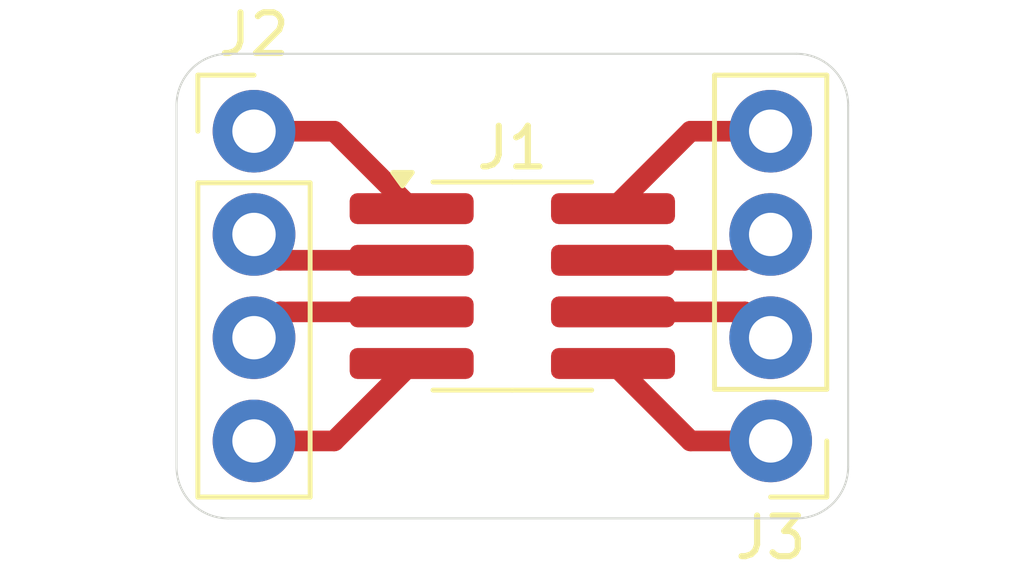
<source format=kicad_pcb>
(kicad_pcb (version 20241229) (generator "pcbnew") (generator_version "9.0")
  (layers (0 "F.Cu" signal) (2 "B.Cu" signal) (13 "F.Paste" user) (15 "B.Paste" user) (5 "F.SilkS" user "F.Silkscreen") (7 "B.SilkS" user "B.Silkscreen") (1 "F.Mask" user) (3 "B.Mask" user) (25 "Edge.Cuts" user))
  (net 0 "")
  (net 1 "Net-(J1-Pin_4)")
  (net 2 "Net-(J1-Pin_3)")
  (net 3 "Net-(J1-Pin_7)")
  (net 4 "Net-(J1-Pin_2)")
  (net 5 "Net-(J1-Pin_8)")
  (net 6 "Net-(J1-Pin_5)")
  (net 7 "Net-(J1-Pin_1)")
  (net 8 "Net-(J1-Pin_6)")
  (footprint "Package_SO:SOIC-8_3.9x4.9mm_P1.27mm" (layer "F.Cu") (at 34.29 31.75)
    (property "Reference" "J1" (at 0 -3.4 0) (layer "F.SilkS"))
    (property "Value" "Conn_02x04_Counter_Clockwise")
    (fp_line (start 0 -2.56) (end -1.95 -2.56) (stroke (width 0.12)) (layer "F.SilkS"))
    (fp_line (start 0 -2.56) (end 1.95 -2.56) (stroke (width 0.12)) (layer "F.SilkS"))
    (fp_line (start 0 2.56) (end -1.95 2.56) (stroke (width 0.12)) (layer "F.SilkS"))
    (fp_line (start 0 2.56) (end 1.95 2.56) (stroke (width 0.12)) (layer "F.SilkS"))
    (fp_poly (pts (xy -2.7 -2.465) (xy -2.94 -2.795) (xy -2.46 -2.795)) (stroke (width 0.12)) (fill yes) (layer "F.SilkS"))
    (pad "1" smd roundrect (at -2.475 -1.905) (size 3.048 0.762) (layers "F.Cu" "F.Mask" "F.Paste") (net 7 "Net-(J1-Pin_1)"))
    (pad "2" smd roundrect (at -2.475 -0.635) (size 3.048 0.762) (layers "F.Cu" "F.Mask" "F.Paste") (net 4 "Net-(J1-Pin_2)"))
    (pad "3" smd roundrect (at -2.475 0.635) (size 3.048 0.762) (layers "F.Cu" "F.Mask" "F.Paste") (net 2 "Net-(J1-Pin_3)"))
    (pad "4" smd roundrect (at -2.475 1.905) (size 3.048 0.762) (layers "F.Cu" "F.Mask" "F.Paste") (net 1 "Net-(J1-Pin_4)"))
    (pad "5" smd roundrect (at 2.475 1.905) (size 3.048 0.762) (layers "F.Cu" "F.Mask" "F.Paste") (net 6 "Net-(J1-Pin_5)"))
    (pad "6" smd roundrect (at 2.475 0.635) (size 3.048 0.762) (layers "F.Cu" "F.Mask" "F.Paste") (net 8 "Net-(J1-Pin_6)"))
    (pad "7" smd roundrect (at 2.475 -0.635) (size 3.048 0.762) (layers "F.Cu" "F.Mask" "F.Paste") (net 3 "Net-(J1-Pin_7)"))
    (pad "8" smd roundrect (at 2.475 -1.905) (size 3.048 0.762) (layers "F.Cu" "F.Mask" "F.Paste") (net 5 "Net-(J1-Pin_8)"))
  )
  (footprint "Connector_PinHeader_2.54mm:PinHeader_1x04_P2.54mm_Vertical" (layer "F.Cu") (at 27.94 27.94)
    (property "Reference" "J2" (at 0 -2.38 0) (layer "F.SilkS"))
    (property "Value" "Conn_01x04_Pin")
    (fp_line (start -1.38 -1.38) (end 0 -1.38) (stroke (width 0.12)) (layer "F.SilkS"))
    (fp_line (start -1.38 0) (end -1.38 -1.38) (stroke (width 0.12)) (layer "F.SilkS"))
    (fp_line (start -1.38 1.27) (end -1.38 9) (stroke (width 0.12)) (layer "F.SilkS"))
    (fp_line (start -1.38 1.27) (end 1.38 1.27) (stroke (width 0.12)) (layer "F.SilkS"))
    (fp_line (start -1.38 9) (end 1.38 9) (stroke (width 0.12)) (layer "F.SilkS"))
    (fp_line (start 1.38 1.27) (end 1.38 9) (stroke (width 0.12)) (layer "F.SilkS"))
    (pad "1" thru_hole circle (at 0 0) (size 2.032 2.032) (drill 1.0668) (layers "*.Cu" "*.Mask") (net 7 "Net-(J1-Pin_1)"))
    (pad "2" thru_hole circle (at 0 2.54) (size 2.032 2.032) (drill 1.0668) (layers "*.Cu" "*.Mask") (net 4 "Net-(J1-Pin_2)"))
    (pad "3" thru_hole circle (at 0 5.08) (size 2.032 2.032) (drill 1.0668) (layers "*.Cu" "*.Mask") (net 2 "Net-(J1-Pin_3)"))
    (pad "4" thru_hole circle (at 0 7.62) (size 2.032 2.032) (drill 1.0668) (layers "*.Cu" "*.Mask") (net 1 "Net-(J1-Pin_4)"))
  )
  (footprint "Connector_PinHeader_2.54mm:PinHeader_1x04_P2.54mm_Vertical" (layer "F.Cu") (at 40.64 35.56 180)
    (property "Reference" "J3" (at 0 -2.38 0) (layer "F.SilkS"))
    (property "Value" "Conn_01x04_Pin")
    (fp_line (start 1.38 1.27) (end 1.38 9) (stroke (width 0.12)) (layer "F.SilkS"))
    (fp_line (start -1.38 9) (end 1.38 9) (stroke (width 0.12)) (layer "F.SilkS"))
    (fp_line (start -1.38 1.27) (end 1.38 1.27) (stroke (width 0.12)) (layer "F.SilkS"))
    (fp_line (start -1.38 1.27) (end -1.38 9) (stroke (width 0.12)) (layer "F.SilkS"))
    (fp_line (start -1.38 0) (end -1.38 -1.38) (stroke (width 0.12)) (layer "F.SilkS"))
    (fp_line (start -1.38 -1.38) (end 0 -1.38) (stroke (width 0.12)) (layer "F.SilkS"))
    (pad "1" thru_hole circle (at 0 0 180) (size 2.032 2.032) (drill 1.0668) (layers "*.Cu" "*.Mask") (net 6 "Net-(J1-Pin_5)"))
    (pad "2" thru_hole circle (at 0 2.54 180) (size 2.032 2.032) (drill 1.0668) (layers "*.Cu" "*.Mask") (net 8 "Net-(J1-Pin_6)"))
    (pad "3" thru_hole circle (at 0 5.08 180) (size 2.032 2.032) (drill 1.0668) (layers "*.Cu" "*.Mask") (net 3 "Net-(J1-Pin_7)"))
    (pad "4" thru_hole circle (at 0 7.62 180) (size 2.032 2.032) (drill 1.0668) (layers "*.Cu" "*.Mask") (net 5 "Net-(J1-Pin_8)"))
  )
  (gr_arc (start 42.545 36.195) (mid 42.173026 37.093026) (end 41.275 37.465) (stroke (width 0.05)) (layer "Edge.Cuts"))
  (gr_line (start 42.545 27.305) (end 42.545 36.195) (stroke (width 0.05)) (layer "Edge.Cuts"))
  (gr_line (start 41.275 37.465) (end 27.305 37.465) (stroke (width 0.05)) (layer "Edge.Cuts"))
  (gr_line (start 26.035 36.195) (end 26.035 27.305) (stroke (width 0.05)) (layer "Edge.Cuts"))
  (gr_arc (start 41.275 26.035) (mid 42.173026 26.406974) (end 42.545 27.305) (stroke (width 0.05)) (layer "Edge.Cuts"))
  (gr_line (start 27.305 26.035) (end 41.275 26.035) (stroke (width 0.05)) (layer "Edge.Cuts"))
  (gr_arc (start 26.035 27.305) (mid 26.406974 26.406974) (end 27.305 26.035) (stroke (width 0.05)) (layer "Edge.Cuts"))
  (gr_arc (start 27.305 37.465) (mid 26.406974 37.093026) (end 26.035 36.195) (stroke (width 0.05)) (layer "Edge.Cuts"))
  (segment (start 27.94 35.56) (end 29.91 35.56) (width 0.508) (layer "F.Cu") (net 1))
  (segment (start 29.91 35.56) (end 31.815 33.655) (width 0.508) (layer "F.Cu") (net 1))
  (segment (start 31.815 32.385) (end 28.575 32.385) (width 0.508) (layer "F.Cu") (net 2))
  (segment (start 28.575 32.385) (end 27.94 33.02) (width 0.508) (layer "F.Cu") (net 2))
  (segment (start 36.765 31.115) (end 40.005 31.115) (width 0.508) (layer "F.Cu") (net 3))
  (segment (start 40.005 31.115) (end 40.64 30.48) (width 0.508) (layer "F.Cu") (net 3))
  (segment (start 28.575 31.115) (end 31.815 31.115) (width 0.508) (layer "F.Cu") (net 4))
  (segment (start 27.94 30.48) (end 28.575 31.115) (width 0.508) (layer "F.Cu") (net 4))
  (segment (start 40.64 27.94) (end 38.67 27.94) (width 0.508) (layer "F.Cu") (net 5))
  (segment (start 38.67 27.94) (end 36.765 29.845) (width 0.508) (layer "F.Cu") (net 5))
  (segment (start 38.67 35.56) (end 36.765 33.655) (width 0.508) (layer "F.Cu") (net 6))
  (segment (start 40.64 35.56) (end 38.67 35.56) (width 0.508) (layer "F.Cu") (net 6))
  (segment (start 27.94 27.94) (end 29.91 27.94) (width 0.508) (layer "F.Cu") (net 7))
  (segment (start 29.91 27.94) (end 31.815 29.845) (width 0.508) (layer "F.Cu") (net 7))
  (segment (start 40.005 32.385) (end 40.64 33.02) (width 0.508) (layer "F.Cu") (net 8))
  (segment (start 36.765 32.385) (end 40.005 32.385) (width 0.508) (layer "F.Cu") (net 8))
)
</source>
